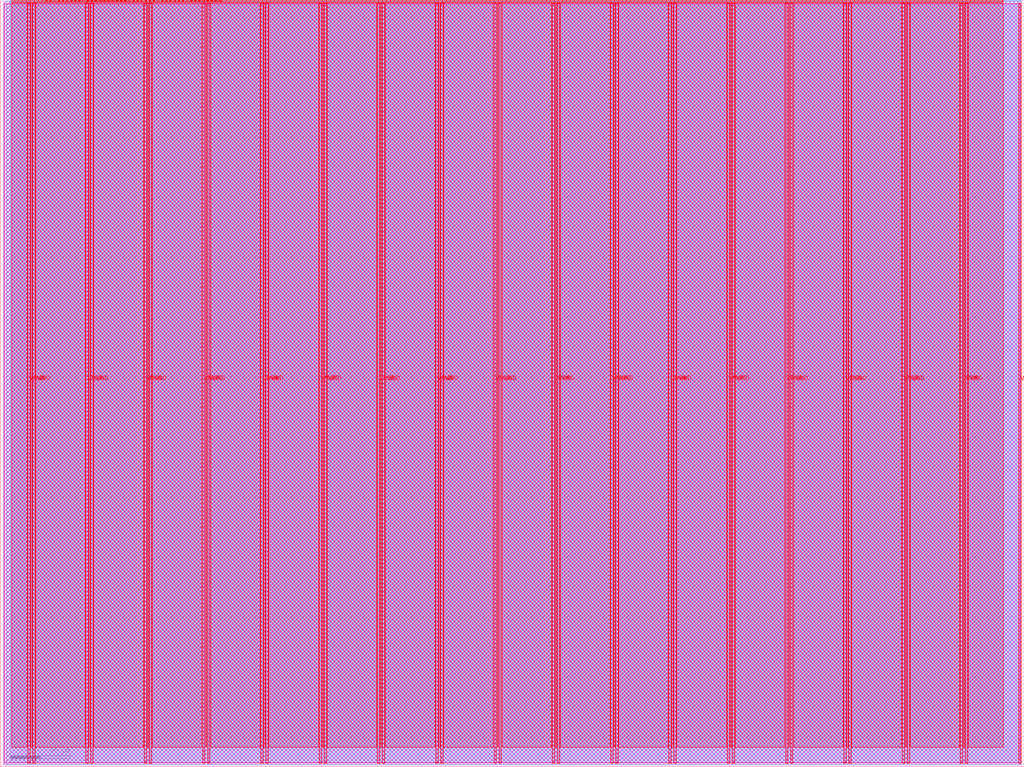
<source format=lef>
VERSION 5.7 ;
  NOWIREEXTENSIONATPIN ON ;
  DIVIDERCHAR "/" ;
  BUSBITCHARS "[]" ;
MACRO tt_um_pongsagon_tinygpu_v2
  CLASS BLOCK ;
  FOREIGN tt_um_pongsagon_tinygpu_v2 ;
  ORIGIN 0.000 0.000 ;
  SIZE 682.640 BY 511.360 ;
  PIN VGND
    DIRECTION INOUT ;
    USE GROUND ;
    PORT
      LAYER met4 ;
        RECT 21.580 2.480 23.180 508.880 ;
    END
    PORT
      LAYER met4 ;
        RECT 60.450 2.480 62.050 508.880 ;
    END
    PORT
      LAYER met4 ;
        RECT 99.320 2.480 100.920 508.880 ;
    END
    PORT
      LAYER met4 ;
        RECT 138.190 2.480 139.790 508.880 ;
    END
    PORT
      LAYER met4 ;
        RECT 177.060 2.480 178.660 508.880 ;
    END
    PORT
      LAYER met4 ;
        RECT 215.930 2.480 217.530 508.880 ;
    END
    PORT
      LAYER met4 ;
        RECT 254.800 2.480 256.400 508.880 ;
    END
    PORT
      LAYER met4 ;
        RECT 293.670 2.480 295.270 508.880 ;
    END
    PORT
      LAYER met4 ;
        RECT 332.540 2.480 334.140 508.880 ;
    END
    PORT
      LAYER met4 ;
        RECT 371.410 2.480 373.010 508.880 ;
    END
    PORT
      LAYER met4 ;
        RECT 410.280 2.480 411.880 508.880 ;
    END
    PORT
      LAYER met4 ;
        RECT 449.150 2.480 450.750 508.880 ;
    END
    PORT
      LAYER met4 ;
        RECT 488.020 2.480 489.620 508.880 ;
    END
    PORT
      LAYER met4 ;
        RECT 526.890 2.480 528.490 508.880 ;
    END
    PORT
      LAYER met4 ;
        RECT 565.760 2.480 567.360 508.880 ;
    END
    PORT
      LAYER met4 ;
        RECT 604.630 2.480 606.230 508.880 ;
    END
    PORT
      LAYER met4 ;
        RECT 643.500 2.480 645.100 508.880 ;
    END
  END VGND
  PIN VPWR
    DIRECTION INOUT ;
    USE POWER ;
    PORT
      LAYER met4 ;
        RECT 18.280 2.480 19.880 508.880 ;
    END
    PORT
      LAYER met4 ;
        RECT 57.150 2.480 58.750 508.880 ;
    END
    PORT
      LAYER met4 ;
        RECT 96.020 2.480 97.620 508.880 ;
    END
    PORT
      LAYER met4 ;
        RECT 134.890 2.480 136.490 508.880 ;
    END
    PORT
      LAYER met4 ;
        RECT 173.760 2.480 175.360 508.880 ;
    END
    PORT
      LAYER met4 ;
        RECT 212.630 2.480 214.230 508.880 ;
    END
    PORT
      LAYER met4 ;
        RECT 251.500 2.480 253.100 508.880 ;
    END
    PORT
      LAYER met4 ;
        RECT 290.370 2.480 291.970 508.880 ;
    END
    PORT
      LAYER met4 ;
        RECT 329.240 2.480 330.840 508.880 ;
    END
    PORT
      LAYER met4 ;
        RECT 368.110 2.480 369.710 508.880 ;
    END
    PORT
      LAYER met4 ;
        RECT 406.980 2.480 408.580 508.880 ;
    END
    PORT
      LAYER met4 ;
        RECT 445.850 2.480 447.450 508.880 ;
    END
    PORT
      LAYER met4 ;
        RECT 484.720 2.480 486.320 508.880 ;
    END
    PORT
      LAYER met4 ;
        RECT 523.590 2.480 525.190 508.880 ;
    END
    PORT
      LAYER met4 ;
        RECT 562.460 2.480 564.060 508.880 ;
    END
    PORT
      LAYER met4 ;
        RECT 601.330 2.480 602.930 508.880 ;
    END
    PORT
      LAYER met4 ;
        RECT 640.200 2.480 641.800 508.880 ;
    END
    PORT
      LAYER met4 ;
        RECT 679.070 2.480 680.670 508.880 ;
    END
  END VPWR
  PIN clk
    DIRECTION INPUT ;
    USE SIGNAL ;
    ANTENNAGATEAREA 1.286700 ;
    ANTENNADIFFAREA 0.434700 ;
    PORT
      LAYER met4 ;
        RECT 143.830 510.360 144.130 511.360 ;
    END
  END clk
  PIN ena
    DIRECTION INPUT ;
    USE SIGNAL ;
    PORT
      LAYER met4 ;
        RECT 146.590 510.360 146.890 511.360 ;
    END
  END ena
  PIN rst_n
    DIRECTION INPUT ;
    USE SIGNAL ;
    ANTENNAGATEAREA 0.196500 ;
    PORT
      LAYER met4 ;
        RECT 141.070 510.360 141.370 511.360 ;
    END
  END rst_n
  PIN ui_in[0]
    DIRECTION INPUT ;
    USE SIGNAL ;
    ANTENNAGATEAREA 0.196500 ;
    PORT
      LAYER met4 ;
        RECT 138.310 510.360 138.610 511.360 ;
    END
  END ui_in[0]
  PIN ui_in[1]
    DIRECTION INPUT ;
    USE SIGNAL ;
    ANTENNAGATEAREA 0.126000 ;
    PORT
      LAYER met4 ;
        RECT 135.550 510.360 135.850 511.360 ;
    END
  END ui_in[1]
  PIN ui_in[2]
    DIRECTION INPUT ;
    USE SIGNAL ;
    ANTENNAGATEAREA 0.126000 ;
    PORT
      LAYER met4 ;
        RECT 132.790 510.360 133.090 511.360 ;
    END
  END ui_in[2]
  PIN ui_in[3]
    DIRECTION INPUT ;
    USE SIGNAL ;
    PORT
      LAYER met4 ;
        RECT 130.030 510.360 130.330 511.360 ;
    END
  END ui_in[3]
  PIN ui_in[4]
    DIRECTION INPUT ;
    USE SIGNAL ;
    ANTENNAGATEAREA 0.196500 ;
    PORT
      LAYER met4 ;
        RECT 127.270 510.360 127.570 511.360 ;
    END
  END ui_in[4]
  PIN ui_in[5]
    DIRECTION INPUT ;
    USE SIGNAL ;
    ANTENNAGATEAREA 0.196500 ;
    PORT
      LAYER met4 ;
        RECT 124.510 510.360 124.810 511.360 ;
    END
  END ui_in[5]
  PIN ui_in[6]
    DIRECTION INPUT ;
    USE SIGNAL ;
    ANTENNAGATEAREA 0.196500 ;
    PORT
      LAYER met4 ;
        RECT 121.750 510.360 122.050 511.360 ;
    END
  END ui_in[6]
  PIN ui_in[7]
    DIRECTION INPUT ;
    USE SIGNAL ;
    PORT
      LAYER met4 ;
        RECT 118.990 510.360 119.290 511.360 ;
    END
  END ui_in[7]
  PIN uio_in[0]
    DIRECTION INPUT ;
    USE SIGNAL ;
    PORT
      LAYER met4 ;
        RECT 116.230 510.360 116.530 511.360 ;
    END
  END uio_in[0]
  PIN uio_in[1]
    DIRECTION INPUT ;
    USE SIGNAL ;
    ANTENNAGATEAREA 0.196500 ;
    PORT
      LAYER met4 ;
        RECT 113.470 510.360 113.770 511.360 ;
    END
  END uio_in[1]
  PIN uio_in[2]
    DIRECTION INPUT ;
    USE SIGNAL ;
    ANTENNAGATEAREA 0.196500 ;
    PORT
      LAYER met4 ;
        RECT 110.710 510.360 111.010 511.360 ;
    END
  END uio_in[2]
  PIN uio_in[3]
    DIRECTION INPUT ;
    USE SIGNAL ;
    PORT
      LAYER met4 ;
        RECT 107.950 510.360 108.250 511.360 ;
    END
  END uio_in[3]
  PIN uio_in[4]
    DIRECTION INPUT ;
    USE SIGNAL ;
    ANTENNAGATEAREA 0.196500 ;
    PORT
      LAYER met4 ;
        RECT 105.190 510.360 105.490 511.360 ;
    END
  END uio_in[4]
  PIN uio_in[5]
    DIRECTION INPUT ;
    USE SIGNAL ;
    ANTENNAGATEAREA 0.196500 ;
    PORT
      LAYER met4 ;
        RECT 102.430 510.360 102.730 511.360 ;
    END
  END uio_in[5]
  PIN uio_in[6]
    DIRECTION INPUT ;
    USE SIGNAL ;
    PORT
      LAYER met4 ;
        RECT 99.670 510.360 99.970 511.360 ;
    END
  END uio_in[6]
  PIN uio_in[7]
    DIRECTION INPUT ;
    USE SIGNAL ;
    PORT
      LAYER met4 ;
        RECT 96.910 510.360 97.210 511.360 ;
    END
  END uio_in[7]
  PIN uio_oe[0]
    DIRECTION OUTPUT ;
    USE SIGNAL ;
    ANTENNADIFFAREA 0.445500 ;
    PORT
      LAYER met4 ;
        RECT 49.990 510.360 50.290 511.360 ;
    END
  END uio_oe[0]
  PIN uio_oe[1]
    DIRECTION OUTPUT ;
    USE SIGNAL ;
    ANTENNADIFFAREA 0.643500 ;
    PORT
      LAYER met4 ;
        RECT 47.230 510.360 47.530 511.360 ;
    END
  END uio_oe[1]
  PIN uio_oe[2]
    DIRECTION OUTPUT ;
    USE SIGNAL ;
    ANTENNADIFFAREA 0.445500 ;
    PORT
      LAYER met4 ;
        RECT 44.470 510.360 44.770 511.360 ;
    END
  END uio_oe[2]
  PIN uio_oe[3]
    DIRECTION OUTPUT ;
    USE SIGNAL ;
    ANTENNADIFFAREA 0.445500 ;
    PORT
      LAYER met4 ;
        RECT 41.710 510.360 42.010 511.360 ;
    END
  END uio_oe[3]
  PIN uio_oe[4]
    DIRECTION OUTPUT ;
    USE SIGNAL ;
    ANTENNADIFFAREA 0.445500 ;
    PORT
      LAYER met4 ;
        RECT 38.950 510.360 39.250 511.360 ;
    END
  END uio_oe[4]
  PIN uio_oe[5]
    DIRECTION OUTPUT ;
    USE SIGNAL ;
    ANTENNAGATEAREA 0.318000 ;
    ANTENNADIFFAREA 0.924000 ;
    PORT
      LAYER met4 ;
        RECT 36.190 510.360 36.490 511.360 ;
    END
  END uio_oe[5]
  PIN uio_oe[6]
    DIRECTION OUTPUT ;
    USE SIGNAL ;
    ANTENNADIFFAREA 0.445500 ;
    PORT
      LAYER met4 ;
        RECT 33.430 510.360 33.730 511.360 ;
    END
  END uio_oe[6]
  PIN uio_oe[7]
    DIRECTION OUTPUT ;
    USE SIGNAL ;
    ANTENNADIFFAREA 0.445500 ;
    PORT
      LAYER met4 ;
        RECT 30.670 510.360 30.970 511.360 ;
    END
  END uio_oe[7]
  PIN uio_out[0]
    DIRECTION OUTPUT ;
    USE SIGNAL ;
    ANTENNADIFFAREA 0.445500 ;
    PORT
      LAYER met4 ;
        RECT 72.070 510.360 72.370 511.360 ;
    END
  END uio_out[0]
  PIN uio_out[1]
    DIRECTION OUTPUT ;
    USE SIGNAL ;
    ANTENNADIFFAREA 0.891000 ;
    PORT
      LAYER met4 ;
        RECT 69.310 510.360 69.610 511.360 ;
    END
  END uio_out[1]
  PIN uio_out[2]
    DIRECTION OUTPUT ;
    USE SIGNAL ;
    ANTENNADIFFAREA 0.891000 ;
    PORT
      LAYER met4 ;
        RECT 66.550 510.360 66.850 511.360 ;
    END
  END uio_out[2]
  PIN uio_out[3]
    DIRECTION OUTPUT ;
    USE SIGNAL ;
    ANTENNADIFFAREA 0.445500 ;
    PORT
      LAYER met4 ;
        RECT 63.790 510.360 64.090 511.360 ;
    END
  END uio_out[3]
  PIN uio_out[4]
    DIRECTION OUTPUT ;
    USE SIGNAL ;
    ANTENNADIFFAREA 0.891000 ;
    PORT
      LAYER met4 ;
        RECT 61.030 510.360 61.330 511.360 ;
    END
  END uio_out[4]
  PIN uio_out[5]
    DIRECTION OUTPUT ;
    USE SIGNAL ;
    ANTENNADIFFAREA 0.462000 ;
    PORT
      LAYER met4 ;
        RECT 58.270 510.360 58.570 511.360 ;
    END
  END uio_out[5]
  PIN uio_out[6]
    DIRECTION OUTPUT ;
    USE SIGNAL ;
    ANTENNADIFFAREA 0.445500 ;
    PORT
      LAYER met4 ;
        RECT 55.510 510.360 55.810 511.360 ;
    END
  END uio_out[6]
  PIN uio_out[7]
    DIRECTION OUTPUT ;
    USE SIGNAL ;
    PORT
      LAYER met4 ;
        RECT 52.750 510.360 53.050 511.360 ;
    END
  END uio_out[7]
  PIN uo_out[0]
    DIRECTION OUTPUT ;
    USE SIGNAL ;
    ANTENNADIFFAREA 0.643500 ;
    PORT
      LAYER met4 ;
        RECT 94.150 510.360 94.450 511.360 ;
    END
  END uo_out[0]
  PIN uo_out[1]
    DIRECTION OUTPUT ;
    USE SIGNAL ;
    ANTENNADIFFAREA 0.643500 ;
    PORT
      LAYER met4 ;
        RECT 91.390 510.360 91.690 511.360 ;
    END
  END uo_out[1]
  PIN uo_out[2]
    DIRECTION OUTPUT ;
    USE SIGNAL ;
    ANTENNADIFFAREA 0.643500 ;
    PORT
      LAYER met4 ;
        RECT 88.630 510.360 88.930 511.360 ;
    END
  END uo_out[2]
  PIN uo_out[3]
    DIRECTION OUTPUT ;
    USE SIGNAL ;
    ANTENNADIFFAREA 0.445500 ;
    PORT
      LAYER met4 ;
        RECT 85.870 510.360 86.170 511.360 ;
    END
  END uo_out[3]
  PIN uo_out[4]
    DIRECTION OUTPUT ;
    USE SIGNAL ;
    ANTENNADIFFAREA 0.643500 ;
    PORT
      LAYER met4 ;
        RECT 83.110 510.360 83.410 511.360 ;
    END
  END uo_out[4]
  PIN uo_out[5]
    DIRECTION OUTPUT ;
    USE SIGNAL ;
    ANTENNADIFFAREA 0.643500 ;
    PORT
      LAYER met4 ;
        RECT 80.350 510.360 80.650 511.360 ;
    END
  END uo_out[5]
  PIN uo_out[6]
    DIRECTION OUTPUT ;
    USE SIGNAL ;
    ANTENNADIFFAREA 0.643500 ;
    PORT
      LAYER met4 ;
        RECT 77.590 510.360 77.890 511.360 ;
    END
  END uo_out[6]
  PIN uo_out[7]
    DIRECTION OUTPUT ;
    USE SIGNAL ;
    ANTENNADIFFAREA 0.445500 ;
    PORT
      LAYER met4 ;
        RECT 74.830 510.360 75.130 511.360 ;
    END
  END uo_out[7]
  OBS
      LAYER nwell ;
        RECT 2.570 2.635 680.070 508.725 ;
      LAYER li1 ;
        RECT 2.760 2.635 679.880 508.725 ;
      LAYER met1 ;
        RECT 2.460 1.400 680.670 510.300 ;
      LAYER met2 ;
        RECT 4.240 1.370 680.640 510.330 ;
      LAYER met3 ;
        RECT 6.505 2.555 680.660 511.180 ;
      LAYER met4 ;
        RECT 7.655 509.960 30.270 511.185 ;
        RECT 31.370 509.960 33.030 511.185 ;
        RECT 34.130 509.960 35.790 511.185 ;
        RECT 36.890 509.960 38.550 511.185 ;
        RECT 39.650 509.960 41.310 511.185 ;
        RECT 42.410 509.960 44.070 511.185 ;
        RECT 45.170 509.960 46.830 511.185 ;
        RECT 47.930 509.960 49.590 511.185 ;
        RECT 50.690 509.960 52.350 511.185 ;
        RECT 53.450 509.960 55.110 511.185 ;
        RECT 56.210 509.960 57.870 511.185 ;
        RECT 58.970 509.960 60.630 511.185 ;
        RECT 61.730 509.960 63.390 511.185 ;
        RECT 64.490 509.960 66.150 511.185 ;
        RECT 67.250 509.960 68.910 511.185 ;
        RECT 70.010 509.960 71.670 511.185 ;
        RECT 72.770 509.960 74.430 511.185 ;
        RECT 75.530 509.960 77.190 511.185 ;
        RECT 78.290 509.960 79.950 511.185 ;
        RECT 81.050 509.960 82.710 511.185 ;
        RECT 83.810 509.960 85.470 511.185 ;
        RECT 86.570 509.960 88.230 511.185 ;
        RECT 89.330 509.960 90.990 511.185 ;
        RECT 92.090 509.960 93.750 511.185 ;
        RECT 94.850 509.960 96.510 511.185 ;
        RECT 97.610 509.960 99.270 511.185 ;
        RECT 100.370 509.960 102.030 511.185 ;
        RECT 103.130 509.960 104.790 511.185 ;
        RECT 105.890 509.960 107.550 511.185 ;
        RECT 108.650 509.960 110.310 511.185 ;
        RECT 111.410 509.960 113.070 511.185 ;
        RECT 114.170 509.960 115.830 511.185 ;
        RECT 116.930 509.960 118.590 511.185 ;
        RECT 119.690 509.960 121.350 511.185 ;
        RECT 122.450 509.960 124.110 511.185 ;
        RECT 125.210 509.960 126.870 511.185 ;
        RECT 127.970 509.960 129.630 511.185 ;
        RECT 130.730 509.960 132.390 511.185 ;
        RECT 133.490 509.960 135.150 511.185 ;
        RECT 136.250 509.960 137.910 511.185 ;
        RECT 139.010 509.960 140.670 511.185 ;
        RECT 141.770 509.960 143.430 511.185 ;
        RECT 144.530 509.960 146.190 511.185 ;
        RECT 147.290 509.960 668.545 511.185 ;
        RECT 7.655 509.280 668.545 509.960 ;
        RECT 7.655 13.095 17.880 509.280 ;
        RECT 20.280 13.095 21.180 509.280 ;
        RECT 23.580 13.095 56.750 509.280 ;
        RECT 59.150 13.095 60.050 509.280 ;
        RECT 62.450 13.095 95.620 509.280 ;
        RECT 98.020 13.095 98.920 509.280 ;
        RECT 101.320 13.095 134.490 509.280 ;
        RECT 136.890 13.095 137.790 509.280 ;
        RECT 140.190 13.095 173.360 509.280 ;
        RECT 175.760 13.095 176.660 509.280 ;
        RECT 179.060 13.095 212.230 509.280 ;
        RECT 214.630 13.095 215.530 509.280 ;
        RECT 217.930 13.095 251.100 509.280 ;
        RECT 253.500 13.095 254.400 509.280 ;
        RECT 256.800 13.095 289.970 509.280 ;
        RECT 292.370 13.095 293.270 509.280 ;
        RECT 295.670 13.095 328.840 509.280 ;
        RECT 331.240 13.095 332.140 509.280 ;
        RECT 334.540 13.095 367.710 509.280 ;
        RECT 370.110 13.095 371.010 509.280 ;
        RECT 373.410 13.095 406.580 509.280 ;
        RECT 408.980 13.095 409.880 509.280 ;
        RECT 412.280 13.095 445.450 509.280 ;
        RECT 447.850 13.095 448.750 509.280 ;
        RECT 451.150 13.095 484.320 509.280 ;
        RECT 486.720 13.095 487.620 509.280 ;
        RECT 490.020 13.095 523.190 509.280 ;
        RECT 525.590 13.095 526.490 509.280 ;
        RECT 528.890 13.095 562.060 509.280 ;
        RECT 564.460 13.095 565.360 509.280 ;
        RECT 567.760 13.095 600.930 509.280 ;
        RECT 603.330 13.095 604.230 509.280 ;
        RECT 606.630 13.095 639.800 509.280 ;
        RECT 642.200 13.095 643.100 509.280 ;
        RECT 645.500 13.095 668.545 509.280 ;
  END
END tt_um_pongsagon_tinygpu_v2
END LIBRARY


</source>
